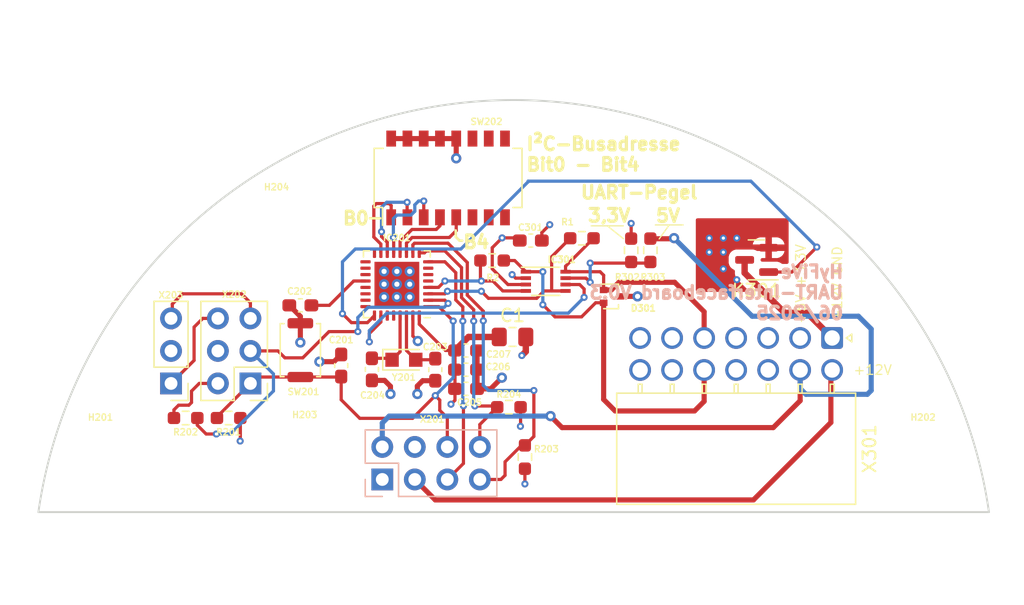
<source format=kicad_pcb>
(kicad_pcb (version 20241229) (generator "pcbnew") (generator_version "9.0")
  (layers (0 "F.Cu" signal) (4 "In1.Cu" power "In1.GND") (6 "In2.Cu" power "In2.PWR") (2 "B.Cu" signal) (13 "F.Paste" user) (15 "B.Paste" user) (5 "F.SilkS" user "F.Silkscreen") (7 "B.SilkS" user "B.Silkscreen") (1 "F.Mask" user) (3 "B.Mask" user) (25 "Edge.Cuts" user))
  (net 0 "")
  (net 1 "/MCU/~{RST}{slash}SBWTDIO")
  (net 2 "GND")
  (net 3 "+3V3")
  (net 4 "/MCU/XIN")
  (net 5 "/MCU/XOUT")
  (net 6 "+5V")
  (net 7 "+12V")
  (net 8 "/MCU/GPIO_Reserve_B2B")
  (net 9 "/MCU/UCB0_SCL")
  (net 10 "/MCU/UCB0_SDA")
  (net 11 "/MCU/TEST_SBWTCK")
  (net 12 "/MCU/UCA0_TXD{slash}TCK")
  (net 13 "/MCU/UCA0_RXD{slash}TMS")
  (net 14 "/MCU/TDI")
  (net 15 "/MCU/UCA1_SPI_STE")
  (net 16 "/MCU/UCA1_SPI_CLK")
  (net 17 "/MCU/UCA1_SPI_MISO")
  (net 18 "/MCU/UCA1_SPI_MOSI")
  (net 19 "/MCU/UCB1_SDA")
  (net 20 "/MCU/UCB1_SCL")
  (net 21 "/MCU/ADDR_B4")
  (net 22 "/MCU/ADDR_B3")
  (net 23 "/MCU/ADDR_B2")
  (net 24 "/MCU/ADDR_B1")
  (net 25 "/MCU/ADDR_B0")
  (net 26 "Net-(IC201-VREG)")
  (net 27 "/MCU/Interface_~{RE}")
  (net 28 "/MCU/Interface_DE")
  (net 29 "Net-(D301-K1)")
  (net 30 "Net-(D301-K2)")
  (net 41 "Net-(IC301-VCCB)")
  (net 42 "Net-(X301-Pin_1)")
  (net 43 "/MCU/Interface_Enable")
  (net 44 "Net-(X202-Pin_2)")
  (net 45 "/MCU/Sensor_Lowside_Switch")
  (net 46 "Net-(X202-Pin_6)")
  (net 47 "Net-(X202-Pin_5)")
  (footprint "Capacitor_SMD:C_0603_1608Metric_Pad1.08x0.95mm_HandSolder" (layer "F.Cu") (at 131 53.575 -90)
    (property "Reference" "C203")
    (property "Value" "20pF")
  )
  (footprint "Capacitor_SMD:C_0603_1608Metric_Pad1.08x0.95mm_HandSolder" (layer "F.Cu") (at 138.46 43.49)
    (property "Reference" "C301")
    (property "Value" "100nF")
  )
  (footprint "MountingHole:MountingHole_2.7mm_M2.5" (layer "F.Cu") (at 118.6 43.01)
    (property "Reference" "H204")
    (property "Value" "MountingHole")
  )
  (footprint "Package_TO_SOT_SMD:SOT-416" (layer "F.Cu") (at 144.8 47.85)
    (property "Reference" "D301")
    (property "Value" "RCLAMP0582B")
  )
  (footprint "Capacitor_SMD:C_0603_1608Metric_Pad1.08x0.95mm_HandSolder" (layer "F.Cu") (at 133.4 52.075)
    (property "Reference" "C207")
    (property "Value" "4,7µF")
  )
  (footprint "Resistor_SMD:R_0603_1608Metric_Pad0.98x0.95mm_HandSolder" (layer "F.Cu") (at 146.3 44.25 -90)
    (property "Reference" "R302")
    (property "Value" "0R")
  )
  (footprint "Resistor_SMD:R_0603_1608Metric_Pad0.98x0.95mm_HandSolder" (layer "F.Cu") (at 136.75 56.5)
    (property "Reference" "R204")
    (property "Value" "10k NB")
  )
  (footprint "Capacitor_SMD:C_0603_1608Metric_Pad1.08x0.95mm_HandSolder" (layer "F.Cu") (at 120.46 48.55 180)
    (property "Reference" "C202")
    (property "Value" "1µF, <200m ESR")
  )
  (footprint "Package_TO_SOT_SMD:SOT-23" (layer "F.Cu") (at 156.1 45 180)
    (property "Reference" "K301")
    (property "Value" "SSM3K127TU")
  )
  (footprint "Resistor_SMD:R_0603_1608Metric_Pad0.98x0.95mm_HandSolder" (layer "F.Cu") (at 142.45 43.31)
    (property "Reference" "R1")
    (property "Value" "0R")
  )
  (footprint "MountingHole:MountingHole_2.7mm_M2.5" (layer "F.Cu") (at 120.86 60.8)
    (property "Reference" "H203")
    (property "Value" "MountingHole")
  )
  (footprint "MountingHole:MountingHole_2.7mm_M2.5" (layer "F.Cu") (at 104.85 61)
    (property "Reference" "H201")
    (property "Value" "MountingHole")
  )
  (footprint "Resistor_SMD:R_0603_1608Metric_Pad0.98x0.95mm_HandSolder" (layer "F.Cu") (at 135.44 45.05)
    (property "Reference" "R2")
    (property "Value" "0R")
  )
  (footprint "Resistor_SMD:R_0603_1608Metric_Pad0.98x0.95mm_HandSolder" (layer "F.Cu") (at 147.8 44.25 -90)
    (property "Reference" "R303")
    (property "Value" "0R n.b.")
  )
  (footprint "MountingHole:MountingHole_2.7mm_M2.5" (layer "F.Cu") (at 169.1 61)
    (property "Reference" "H202")
    (property "Value" "MountingHole")
  )
  (footprint "Resistor_SMD:R_0603_1608Metric_Pad0.98x0.95mm_HandSolder" (layer "F.Cu") (at 138 60.4 -90)
    (property "Reference" "R203")
    (property "Value" "10k NB")
  )
  (footprint "Connector_Molex:Molex_Nano-Fit_105314-xx14_2x07_P2.50mm_Horizontal" (layer "F.Cu") (at 162 51.1 -90)
    (property "Reference" "X301")
    (property "Value" "Molex Nano-Fit 105314-1*114")
  )
  (footprint "Capacitor_SMD:C_0603_1608Metric_Pad1.08x0.95mm_HandSolder" (layer "F.Cu") (at 133.4 55.075)
    (property "Reference" "C205")
    (property "Value" "100nF")
  )
  (footprint "Button_Switch_SMD:SW_DIP_SPSTx08_Slide_Omron_A6H-8101_W6.15mm_P1.27mm" (layer "F.Cu") (at 132 38.6 90)
    (property "Reference" "SW202")
    (property "Value" "A6H-8101")
  )
  (footprint "Crystal:Crystal_SMD_TXC_9HT11-2Pin_2.0x1.2mm_HandSoldering" (layer "F.Cu") (at 128.55 52.8)
    (property "Reference" "Y201")
    (property "Value" "9HT11-32.768KDZF-T")
  )
  (footprint "Resistor_SMD:R_0603_1608Metric_Pad0.98x0.95mm_HandSolder" (layer "F.Cu") (at 114.86 57.35 180)
    (property "Reference" "R201")
    (property "Value" "47k")
  )
  (footprint "Connector_PinHeader_2.54mm:PinHeader_1x03_P2.54mm_Vertical" (layer "F.Cu") (at 110.36 54.65 180)
    (property "Reference" "X203")
    (property "Value" "Conn_01x03")
  )
  (footprint "Package_SO:VSSOP-8_2.3x2mm_P0.5mm" (layer "F.Cu") (at 139.625 46.675)
    (property "Reference" "IC301")
    (property "Value" "TXB0102DCU")
  )
  (footprint "Package_DFN_QFN:VQFN-32-1EP_5x5mm_P0.5mm_EP3.5x3.5mm" (layer "F.Cu") (at 128 46.9 180)
    (property "Reference" "IC201")
    (property "Value" "MSP430FR2673")
  )
  (footprint "Connector_PinHeader_2.54mm:PinHeader_2x03_P2.54mm_Vertical" (layer "F.Cu") (at 116.56 54.65 180)
    (property "Reference" "X202")
    (property "Value" "Conn_02x03_Counter_Clockwise")
  )
  (footprint "Capacitor_SMD:C_0805_2012Metric_Pad1.18x1.45mm_HandSolder" (layer "F.Cu") (at 137.0325 51.02)
    (property "Reference" "C1")
    (property "Value" "100uF")
  )
  (footprint "Capacitor_SMD:C_0603_1608Metric_Pad1.08x0.95mm_HandSolder" (layer "F.Cu") (at 126.05 53.55 -90)
    (property "Reference" "C204")
    (property "Value" "20pF")
  )
  (footprint "Button_Switch_SMD:SW_Push_SPST_NO_Alps_SKRK" (layer "F.Cu") (at 120.46 52.05 -90)
    (property "Reference" "SW201")
    (property "Value" "SKRKAEE020")
  )
  (footprint "Capacitor_SMD:C_0603_1608Metric_Pad1.08x0.95mm_HandSolder" (layer "F.Cu") (at 133.4 53.575)
    (property "Reference" "C206")
    (property "Value" "1µF")
  )
  (footprint "Resistor_SMD:R_0603_1608Metric_Pad0.98x0.95mm_HandSolder" (layer "F.Cu") (at 111.5 57.35)
    (property "Reference" "R202")
    (property "Value" "330")
  )
  (footprint "Capacitor_SMD:C_0603_1608Metric_Pad1.08x0.95mm_HandSolder" (layer "F.Cu") (at 123.65 53.25 90)
    (property "Reference" "C201")
    (property "Value" "1nF")
  )
  (footprint "Connector_PinSocket_2.54mm:PinSocket_2x04_P2.54mm_Vertical" (layer "B.Cu") (at 126.86 62.15 -90)
    (property "Reference" "X201")
    (property "Value" "ESQ-104-14-G-D")
  )
  (gr_line (start 143.18 42.34) (end 145.69 42.34) (stroke (width 0.1)) (layer "F.SilkS"))
  (gr_line (start 132.6 43.2) (end 132.6 42.7) (stroke (width 0.2)) (layer "F.SilkS"))
  (gr_line (start 149.275 42.27) (end 148.49 43.36) (stroke (width 0.1)) (layer "F.SilkS"))
  (gr_line (start 132.9 43.5) (end 132.6 43.2) (stroke (width 0.2)) (layer "F.SilkS"))
  (gr_line (start 125.9 41.75) (end 126.7 41.75) (stroke (width 0.2)) (layer "F.SilkS"))
  (gr_line (start 133.1 43.5) (end 132.9 43.5) (stroke (width 0.2)) (layer "F.SilkS"))
  (gr_line (start 144.435 42.34) (end 145.69 43.34) (stroke (width 0.1)) (layer "F.SilkS"))
  (gr_line (start 148.19 42.27) (end 150.36 42.27) (stroke (width 0.1)) (layer "F.SilkS"))
  (gr_arc (start 100 64.7) (mid 137.123578 32.514184) (end 174.247155 64.7) (stroke (width 0.15)) (layer "Edge.Cuts"))
  (gr_line (start 100 64.7) (end 174.247155 64.7) (stroke (width 0.15)) (layer "Edge.Cuts"))
  (gr_text "UART-Pegel" (at 142.24 39.73 0) (layer "F.SilkS") (effects (font (size 1 1) (thickness 0.25)) (justify left)))
  (gr_text "+12V GND" (at 162.4 49.85 90) (layer "F.SilkS") (effects (font (size 0.75 0.75) (thickness 0.1)) (justify left)))
  (gr_text "3,3V" (at 144.58 41.53 0) (layer "F.SilkS") (effects (font (size 1 1) (thickness 0.25))))
  (gr_text "+5V +3,3V\n" (at 159.55 50.05 90) (layer "F.SilkS") (effects (font (size 0.75 0.75) (thickness 0.1)) (justify left)))
  (gr_text "5V" (at 149.18 41.55 0) (layer "F.SilkS") (effects (font (size 1 1) (thickness 0.25))))
  (gr_text "B4\n" (at 134.2 43.6 0) (layer "F.SilkS") (effects (font (size 1 1) (thickness 0.25))))
  (gr_text "B0" (at 124.8 41.75 0) (layer "F.SilkS") (effects (font (size 1 1) (thickness 0.25))))
  (gr_text "+12V\n" (at 163.6 53.6 0) (layer "F.SilkS") (effects (font (size 0.75 0.75) (thickness 0.1)) (justify left)))
  (gr_text "I²C-Busadresse\nBit0 - Bit4" (at 138 36.75 0) (layer "F.SilkS") (effects (font (size 1 1) (thickness 0.25)) (justify left)))
  (gr_text "\n" (at 159.8 50.1 90) (layer "F.SilkS") (effects (font (size 0.75 0.75) (thickness 0.1)) (justify left)))
  (gr_text "HyFiVe\nUART-Interfaceboard V0.3\n06/2025" (at 163 47.55 0) (layer "B.SilkS") (effects (font (size 1 1) (thickness 0.25)) (justify left mirror)))
  (segment (start 131.275 48.65) (end 130.45 48.65) (width 0.25) (layer "F.Cu") (net 1))
  (segment (start 120.46 54.15) (end 117.06 54.15) (width 0.25) (layer "F.Cu") (net 1))
  (segment (start 123.6125 54.15) (end 123.65 54.1125) (width 0.25) (layer "F.Cu") (net 1))
  (segment (start 131.35 56.75) (end 131.94 57.34) (width 0.25) (layer "F.Cu") (net 1))
  (segment (start 129.225 57.375) (end 125.1 57.375) (width 0.25) (layer "F.Cu") (net 1))
  (segment (start 123.65 55.925) (end 123.65 54.1125) (width 0.25) (layer "F.Cu") (net 1))
  (segment (start 131 55.6) (end 131.35 55.95) (width 0.25) (layer "F.Cu") (net 1))
  (segment (start 131.94 57.34) (end 131.94 59.61) (width 0.25) (layer "F.Cu") (net 1))
  (segment (start 117.06 54.15) (end 116.56 54.65) (width 0.25) (layer "F.Cu") (net 1))
  (segment (start 113.9475 57.35) (end 113.9475 57.2625) (width 0.25) (layer "F.Cu") (net 1))
  (segment (start 131 55.6) (end 129.225 57.375) (width 0.25) (layer "F.Cu") (net 1))
  (segment (start 125.1 57.375) (end 123.65 55.925) (width 0.25) (layer "F.Cu") (net 1))
  (segment (start 120.46 54.15) (end 123.6125 54.15) (width 0.25) (layer "F.Cu") (net 1))
  (segment (start 131.35 55.95) (end 131.35 56.75) (width 0.25) (layer "F.Cu") (net 1))
  (segment (start 132.4 49.775) (end 131.275 48.65) (width 0.25) (layer "F.Cu") (net 1))
  (segment (start 113.9475 57.2625) (end 116.56 54.65) (width 0.25) (layer "F.Cu") (net 1))
  (via (at 131 55.6) (size 0.55) (drill 0.25) (layers "F.Cu" "B.Cu") (net 1))
  (via (at 132.4 49.775) (size 0.55) (drill 0.25) (layers "F.Cu" "B.Cu") (net 1))
  (segment (start 132.4 49.775) (end 132.4 54.2) (width 0.25) (layer "B.Cu") (net 1))
  (segment (start 132.4 54.2) (end 131 55.6) (width 0.25) (layer "B.Cu") (net 1))
  (segment (start 138.075 46.425) (end 137.275 46.425) (width 0.25) (layer "F.Cu") (net 2))
  (segment (start 120.46 49.95) (end 120.46 49.4125) (width 0.4) (layer "F.Cu") (net 2))
  (segment (start 134.2625 52.075) (end 134.2625 53.575) (width 0.4) (layer "F.Cu") (net 2))
  (segment (start 136.2 54.2) (end 135.325 55.075) (width 0.4) (layer "F.Cu") (net 2))
  (segment (start 127.5 54.875) (end 127.5 55.475) (width 0.4) (layer "F.Cu") (net 2))
  (segment (start 128.825 35.525) (end 130.095 35.525) (width 0.4) (layer "F.Cu") (net 2))
  (segment (start 120.46 49.95) (end 120.46 51.45) (width 0.4) (layer "F.Cu") (net 2))
  (segment (start 138.07 51.02) (end 138.07 52.16) (width 0.5) (layer "F.Cu") (net 2))
  (segment (start 146.8 47.85) (end 145.45 47.85) (width 0.4) (layer "F.Cu") (net 2))
  (segment (start 121.95 52.95) (end 123.0875 52.95) (width 0.4) (layer "F.Cu") (net 2))
  (segment (start 132.635 35.525) (end 132.635 37.065) (width 0.4) (layer "F.Cu") (net 2))
  (segment (start 135.325 55.075) (end 134.2625 55.075) (width 0.4) (layer "F.Cu") (net 2))
  (segment (start 123.0875 52.95) (end 123.65 52.3875) (width 0.4) (layer "F.Cu") (net 2))
  (segment (start 131 54.4375) (end 130.0125 54.4375) (width 0.4) (layer "F.Cu") (net 2))
  (segment (start 132.635 35.525) (end 131.365 35.525) (width 0.4) (layer "F.Cu") (net 2))
  (segment (start 157.0875 44) (end 157.0375 44.05) (width 0.25) (layer "F.Cu") (net 2))
  (segment (start 138.07 52.16) (end 137.76 52.47) (width 0.5) (layer "F.Cu") (net 2))
  (segment (start 139.3225 43.49) (end 139.3225 42.8675) (width 0.25) (layer "F.Cu") (net 2))
  (segment (start 134.2625 53.575) (end 134.2625 55.075) (width 0.4) (layer "F.Cu") (net 2))
  (segment (start 127.0375 54.4125) (end 127.5 54.875) (width 0.4) (layer "F.Cu") (net 2))
  (segment (start 130.0125 54.4375) (end 129.6 54.85) (width 0.4) (layer "F.Cu") (net 2))
  (segment (start 129.6 54.85) (end 129.6 55.475) (width 0.4) (layer "F.Cu") (net 2))
  (segment (start 126.05 54.4125) (end 127.0375 54.4125) (width 0.4) (layer "F.Cu") (net 2))
  (segment (start 120.46 49.4125) (end 119.5975 48.55) (width 0.4) (layer "F.Cu") (net 2))
  (segment (start 129.25 50.949598) (end 129.637701 51.337299) (width 0.25) (layer "F.Cu") (net 2))
  (segment (start 137.275 46.425) (end 137 46.15) (width 0.25) (layer "F.Cu") (net 2))
  (segment (start 130.095 35.525) (end 131.365 35.525) (width 0.4) (layer "F.Cu") (net 2))
  (segment (start 129.25 49.35) (end 129.25 50.949598) (width 0.25) (layer "F.Cu") (net 2))
  (segment (start 139.3225 42.8675) (end 139.94 42.25) (width 0.25) (layer "F.Cu") (net 2))
  (segment (start 127.555 35.525) (end 128.825 35.525) (width 0.4) (layer "F.Cu") (net 2))
  (via (at 153.5 45.7) (size 0.55) (drill 0.25) (layers "F.Cu" "B.Cu") (net 2))
  (via (at 129.637701 51.337299) (size 0.8) (drill 0.4) (layers "F.Cu" "B.Cu") (net 2))
  (via (at 132.635 37.065) (size 0.8) (drill 0.4) (layers "F.Cu" "B.Cu") (net 2))
  (via (at 139.94 42.25) (size 0.55) (drill 0.25) (layers "F.Cu" "B.Cu") (net 2))
  (via (at 154.55 43.3) (size 0.55) (drill 0.25) (layers "F.Cu" "B.Cu") (net 2))
  (via (at 129 45.9) (size 0.8) (drill 0.4) (layers "F.Cu" "B.Cu") (net 2))
  (via (at 136.2 54.2) (size 0.8) (drill 0.4) (layers "F.Cu" "B.Cu") (net 2))
  (via (at 137 46.15) (size 0.55) (drill 0.25) (layers "F.Cu" "B.Cu") (net 2))
  (via (at 137.76 52.47) (size 0.55) (drill 0.25) (layers "F.Cu" "B.Cu") (net 2))
  (via (at 127 46.9) (size 0.8) (drill 0.4) (layers "F.Cu" "B.Cu") (net 2))
  (via (at 146.8 47.85) (size 0.8) (drill 0.4) (layers "F.Cu" "B.Cu") (net 2))
  (via (at 121.95 52.95) (size 0.8) (drill 0.4) (layers "F.Cu" "B.Cu") (net 2))
  (via (at 128 45.9) (size 0.8) (drill 0.4) (layers "F.Cu" "B.Cu") (net 2))
  (via (at 129 47.9) (size 0.8) (drill 0.4) (layers "F.Cu" "B.Cu") (net 2))
  (via (at 120.46 51.45) (size 0.8) (drill 0.4) (layers "F.Cu" "B.Cu") (net 2))
  (via (at 127 45.9) (size 0.8) (drill 0.4) (layers "F.Cu" "B.Cu") (net 2))
  (via (at 153.5 43.3) (size 0.55) (drill 0.25) (layers "F.Cu" "B.Cu") (net 2))
  (via (at 154.55 46.55) (size 0.55) (drill 0.25) (layers "F.Cu" "B.Cu") (net 2))
  (via (at 153.5 44.4) (size 0.55) (drill 0.25) (layers "F.Cu" "B.Cu") (net 2))
  (via (at 128 47.9) (size 0.8) (drill 0.4) (layers "F.Cu" "B.Cu") (net 2))
  (via (at 128 46.9) (size 0.8) (drill 0.4) (layers "F.Cu" "B.Cu") (net 2))
  (via (at 152.4 43.3) (size 0.55) (drill 0.25) (layers "F.Cu" "B.Cu") (net 2))
  (via (at 129 46.9) (size 0.8) (drill 0.4) (layers "F.Cu" "B.Cu") (net 2))
  (via (at 127 47.9) (size 0.8) (drill 0.4) (layers "F.Cu" "B.Cu") (net 2))
  (via (at 129.6 55.475) (size 0.8) (drill 0.4) (layers "F.Cu" "B.Cu") (net 2))
  (via (at 127.5 55.475) (size 0.8) (drill 0.4) (layers "F.Cu" "B.Cu") (net 2))
  (via (at 152.4 44.4) (size 0.55) (drill 0.25) (layers "F.Cu" "B.Cu") (net 2))
  (segment (start 115.76 59.15) (end 115.7725 59.1375) (width 0.25) (layer "F.Cu") (net 3))
  (segment (start 135.45 44.05) (end 135.45 45.7) (width 0.25) (layer "F.Cu") (net 3))
  (segment (start 135.45 45.7) (end 136.675 46.925) (width 0.25) (layer "F.Cu") (net 3))
  (segment (start 136.22 43.28) (end 135.45 44.05) (width 0.25) (layer "F.Cu") (net 3))
  (segment (start 136.22 43.28) (end 137.3875 43.28) (width 0.25) (layer "F.Cu") (net 3))
  (segment (start 115.7725 59.1375) (end 115.7725 57.35) (width 0.25) (layer "F.Cu") (net 3))
  (segment (start 146.3 42.15) (end 146.3 43.3375) (width 0.25) (layer "F.Cu") (net 3))
  (segment (start 133.5925 51.02) (end 132.5375 52.075) (width 0.5) (layer "F.Cu") (net 3))
  (segment (start 137.6625 57.9875) (end 137.6625 56.5) (width 0.25) (layer "F.Cu") (net 3))
  (segment (start 132.5375 55.9625) (end 132.5375 53.575) (width 0.25) (layer "F.Cu") (net 3))
  (segment (start 129.75 49.35) (end 129.75 50.025) (width 0.25) (layer "F.Cu") (net 3))
  (segment (start 132.5375 52.075) (end 132.5375 53.575) (width 0.25) (layer "F.Cu") (net 3))
  (segment (start 135.995 51.02) (end 133.5925 51.02) (width 0.5) (layer "F.Cu") (net 3))
  (segment (start 129.75 50.025) (end 131.8 52.075) (width 0.25) (layer "F.Cu") (net 3))
  (segment (start 137.3875 43.28) (end 137.5975 43.49) (width 0.25) (layer "F.Cu") (net 3))
  (segment (start 136.675 46.925) (end 138.075 46.925) (width 0.25) (layer "F.Cu") (net 3))
  (segment (start 132.225 56.275) (end 132.5375 55.9625) (width 0.25) (layer "F.Cu") (net 3))
  (segment (start 137.65 58) (end 137.6625 57.9875) (width 0.25) (layer "F.Cu") (net 3))
  (segment (start 138 62.5) (end 138 61.3125) (width 0.25) (layer "F.Cu") (net 3))
  (segment (start 131.8 52.075) (end 132.5375 52.075) (width 0.25) (layer "F.Cu") (net 3))
  (via (at 136.22 43.28) (size 0.55) (drill 0.25) (layers "F.Cu" "B.Cu") (net 3))
  (via (at 137.65 58) (size 0.55) (drill 0.25) (layers "F.Cu" "B.Cu") (net 3))
  (via (at 115.76 59.15) (size 0.55) (drill 0.25) (layers "F.Cu" "B.Cu") (net 3))
  (via (at 132.225 56.275) (size 0.55) (drill 0.25) (layers "F.Cu" "B.Cu") (net 3))
  (via (at 138 62.5) (size 0.55) (drill 0.25) (layers "F.Cu" "B.Cu") (net 3))
  (via (at 146.3 42.15) (size 0.55) (drill 0.25) (layers "F.Cu" "B.Cu") (net 3))
  (segment (start 128.75 52.075) (end 128.75 49.35) (width 0.25) (layer "F.Cu") (net 4))
  (segment (start 129.475 52.8) (end 130.9375 52.8) (width 0.25) (layer "F.Cu") (net 4))
  (segment (start 129.475 52.8) (end 128.75 52.075) (width 0.25) (layer "F.Cu") (net 4))
  (segment (start 130.9375 52.8) (end 131.05 52.6875) (width 0.25) (layer "F.Cu") (net 4))
  (segment (start 127.5125 52.6875) (end 127.625 52.8) (width 0.25) (layer "F.Cu") (net 5))
  (segment (start 126.05 52.6875) (end 127.5125 52.6875) (width 0.25) (layer "F.Cu") (net 5))
  (segment (start 128.25 49.35) (end 128.25 52.175) (width 0.25) (layer "F.Cu") (net 5))
  (segment (start 128.25 52.175) (end 127.625 52.8) (width 0.25) (layer "F.Cu") (net 5))
  (segment (start 157.4 58.1) (end 159.5 56) (width 0.4) (layer "F.Cu") (net 6))
  (segment (start 147.8125 43.35) (end 147.8 43.3375) (width 0.4) (layer "F.Cu") (net 6))
  (segment (start 149.6 43.35) (end 147.8125 43.35) (width 0.4) (layer "F.Cu") (net 6))
  (segment (start 159.5 56) (end 159.5 53.6) (width 0.4) (layer "F.Cu") (net 6))
  (segment (start 140 57.2) (end 140.9 58.1) (width 0.4) (layer "F.Cu") (net 6))
  (segment (start 140.9 58.1) (end 157.4 58.1) (width 0.4) (layer "F.Cu") (net 6))
  (segment (start 149.65 43.3) (end 149.6 43.35) (width 0.4) (layer "F.Cu") (net 6))
  (via (at 140 57.2) (size 0.8) (drill 0.4) (layers "F.Cu" "B.Cu") (net 6))
  (via (at 149.65 43.3) (size 0.8) (drill 0.4) (layers "F.Cu" "B.Cu") (net 6))
  (segment (start 149.65 43.3) (end 155.750489 49.400489) (width 0.4) (layer "B.Cu") (net 6))
  (segment (start 159.5 55.05) (end 159.5 53.6) (width 0.4) (layer "B.Cu") (net 6))
  (segment (start 164.050489 49.400489) (end 165.05 50.4) (width 0.4) (layer "B.Cu") (net 6))
  (segment (start 165.05 55.2) (end 164.75 55.5) (width 0.4) (layer "B.Cu") (net 6))
  (segment (start 164.75 55.5) (end 159.95 55.5) (width 0.4) (layer "B.Cu") (net 6))
  (segment (start 140 57.2) (end 127.4 57.2) (width 0.4) (layer "B.Cu") (net 6))
  (segment (start 165.05 50.4) (end 165.05 55.2) (width 0.4) (layer "B.Cu") (net 6))
  (segment (start 155.750489 49.400489) (end 164.050489 49.400489) (width 0.4) (layer "B.Cu") (net 6))
  (segment (start 127.4 57.2) (end 126.86 57.74) (width 0.4) (layer "B.Cu") (net 6))
  (segment (start 159.95 55.5) (end 159.5 55.05) (width 0.4) (layer "B.Cu") (net 6))
  (segment (start 159.5 54) (end 159.9 53.6) (width 0.4) (layer "B.Cu") (net 6))
  (segment (start 126.86 57.74) (end 126.86 59.61) (width 0.4) (layer "B.Cu") (net 6))
  (segment (start 131 63.75) (end 155.85 63.75) (width 0.4) (layer "F.Cu") (net 7))
  (segment (start 155.85 63.75) (end 161.9 57.7) (width 0.4) (layer "F.Cu") (net 7))
  (segment (start 129.4 62.15) (end 131 63.75) (width 0.4) (layer "F.Cu") (net 7))
  (segment (start 161.9 53.7) (end 162 53.6) (width 0.4) (layer "F.Cu") (net 7))
  (segment (start 161.9 57.7) (end 161.9 53.7) (width 0.4) (layer "F.Cu") (net 7))
  (segment (start 133.15 49.78) (end 133.15 48.677162) (width 0.25) (layer "F.Cu") (net 8))
  (segment (start 133.2 56.4) (end 133.2 60.9) (width 0.25) (layer "F.Cu") (net 8))
  (segment (start 131.751 45.15) (end 130.45 45.15) (width 0.25) (layer "F.Cu") (net 8))
  (segment (start 131.95 62.15) (end 131.94 62.15) (width 0.25) (layer "F.Cu") (net 8))
  (segment (start 132.60048 48.127641) (end 132.60048 45.99948) (width 0.25) (layer "F.Cu") (net 8))
  (segment (start 133.2 60.9) (end 131.95 62.15) (width 0.25) (layer "F.Cu") (net 8))
  (segment (start 133.15 48.677162) (end 132.60048 48.127641) (width 0.25) (layer "F.Cu") (net 8))
  (segment (start 132.60048 45.99948) (end 131.751 45.15) (width 0.25) (layer "F.Cu") (net 8))
  (via (at 133.15 49.78) (size 0.55) (drill 0.25) (layers "F.Cu" "B.Cu") (net 8))
  (via (at 133.2 56.4) (size 0.55) (drill 0.25) (layers "F.Cu" "B.Cu") (net 8))
  (segment (start 133.15 56.35) (end 133.2 56.4) (width 0.25) (layer "B.Cu") (net 8))
  (segment (start 133.15 49.78) (end 133.15 56.35) (width 0.25) (layer "B.Cu") (net 8))
  (segment (start 129.375 43.7) (end 129.25 43.825) (width 0.25) (layer "F.Cu") (net 9))
  (segment (start 129.25 43.825) (end 129.25 44.45) (width 0.25) (layer "F.Cu") (net 9))
  (segment (start 134.75 49.005727) (end 133.5 47.755727) (width 0.25) (layer "F.Cu") (net 9))
  (segment (start 138.7 55.2) (end 138.7 58.7875) (width 0.25) (layer "F.Cu") (net 9))
  (segment (start 134.75 49.76) (end 134.75 49.005727) (width 0.25) (layer "F.Cu") (net 9))
  (segment (start 138 59.4875) (end 137.7375 59.4875) (width 0.25) (layer "F.Cu") (net 9))
  (segment (start 133.5 45.20334) (end 131.99666 43.7) (width 0.25) (layer "F.Cu") (net 9))
  (segment (start 136.45 60.775) (end 136.45 61.825) (width 0.25) (layer "F.Cu") (net 9))
  (segment (start 133.5 47.755727) (end 133.5 45.20334) (width 0.25) (layer "F.Cu") (net 9))
  (segment (start 131.99666 43.7) (end 129.375 43.7) (width 0.25) (layer "F.Cu") (net 9))
  (segment (start 134.48 62.15) (end 136.125 62.15) (width 0.25) (layer "F.Cu") (net 9))
  (segment (start 137.7375 59.4875) (end 136.45 60.775) (width 0.25) (layer "F.Cu") (net 9))
  (segment (start 138.7 58.7875) (end 138 59.4875) (width 0.25) (layer "F.Cu") (net 9))
  (segment (start 136.45 61.825) (end 136.125 62.15) (width 0.25) (layer "F.Cu") (net 9))
  (via (at 134.75 49.76) (size 0.55) (drill 0.25) (layers "F.Cu" "B.Cu") (net 9))
  (via (at 138.7 55.2) (size 0.55) (drill 0.25) (layers "F.Cu" "B.Cu") (net 9))
  (segment (start 134.75 49.76) (end 134.75 54.8) (width 0.25) (layer "B.Cu") (net 9))
  (segment (start 134.75 54.8) (end 135.15 55.2) (width 0.25) (layer "B.Cu") (net 9))
  (segment (start 135.15 55.2) (end 138.7 55.2) (width 0.25) (layer "B.Cu") (net 9))
  (segment (start 134 49.78) (end 134 48.891444) (width 0.25) (layer "F.Cu") (net 10))
  (segment (start 134 48.891444) (end 133.05 47.941444) (width 0.25) (layer "F.Cu") (net 10))
  (segment (start 130.15 44.45) (end 129.75 44.45) (width 0.25) (layer "F.Cu") (net 10))
  (segment (start 134.48 57.8575) (end 134.48 59.61) (width 0.25) (layer "F.Cu") (net 10))
  (segment (start 130.792388 44.2995) (end 130.3005 44.2995) (width 0.25) (layer "F.Cu") (net 10))
  (segment (start 135.8375 56.5) (end 134.48 57.8575) (width 0.25) (layer "F.Cu") (net 10))
  (segment (start 133.05 47.941444) (end 133.05 45.601162) (width 0.25) (layer "F.Cu") (net 10))
  (segment (start 131.748327 44.299489) (end 130.792491 44.299489) (width 0.25) (layer "F.Cu") (net 10))
  (segment (start 133.05 45.601162) (end 131.748327 44.299489) (width 0.25) (layer "F.Cu") (net 10))
  (segment (start 134.088589 56.411411) (end 135.748911 56.411411) (width 0.25) (layer "F.Cu") (net 10))
  (segment (start 130.792434 44.299546) (end 130.792388 44.2995) (width 0.25) (layer "F.Cu") (net 10))
  (segment (start 130.3005 44.2995) (end 130.15 44.45) (width 0.25) (layer "F.Cu") (net 10))
  (segment (start 135.748911 56.411411) (end 135.8375 56.5) (width 0.25) (layer "F.Cu") (net 10))
  (via (at 134.088589 56.411411) (size 0.55) (drill 0.25) (layers "F.Cu" "B.Cu") (net 10))
  (via (at 134 49.78) (size 0.55) (drill 0.25) (layers "F.Cu" "B.Cu") (net 10))
  (segment (start 134 56.322822) (end 134.088589 56.411411) (width 0.25) (layer "B.Cu") (net 10))
  (segment (start 134 49.78) (end 134 56.322822) (width 0.25) (layer "B.Cu") (net 10))
  (segment (start 122.7 50.6) (end 120.65 52.65) (width 0.25) (layer "F.Cu") (net 11))
  (segment (start 112.4125 57.9125) (end 112.4125 57.35) (width 0.25) (layer "F.Cu") (net 11))
  (segment (start 113.9 58.6) (end 113.1 58.6) (width 0.25) (layer "F.Cu") (net 11))
  (segment (start 124.95 50.6) (end 122.7 50.6) (width 0.25) (layer "F.Cu") (net 11))
  (segment (start 132 48.4) (end 131.75 48.15) (width 0.25) (layer "F.Cu") (net 11))
  (segment (start 118.71 52.11) (end 116.56 52.11) (width 0.25) (layer "F.Cu") (net 11))
  (segment (start 119.25 52.65) (end 118.71 52.11) (width 0.25) (layer "F.Cu") (net 11))
  (segment (start 120.65 52.65) (end 119.25 52.65) (width 0.25) (layer "F.Cu") (net 11))
  (segment (start 131.75 48.15) (end 130.45 48.15) (width 0.25) (layer "F.Cu") (net 11))
  (segment (start 113.1 58.6) (end 112.4125 57.9125) (width 0.25) (layer "F.Cu") (net 11))
  (via (at 124.95 50.6) (size 0.55) (drill 0.25) (layers "F.Cu" "B.Cu") (net 11))
  (via (at 132 48.4) (size 0.55) (drill 0.25) (layers "F.Cu" "B.Cu") (net 11))
  (via (at 113.9 58.6) (size 0.55) (drill 0.25) (layers "F.Cu" "B.Cu") (net 11))
  (segment (start 118.36 55.239022) (end 118.36 53.91) (width 0.25) (layer "B.Cu") (net 11))
  (segment (start 118.36 53.91) (end 116.56 52.11) (width 0.25) (layer "B.Cu") (net 11))
  (segment (start 125.75 48.7) (end 124.95 49.5) (width 0.25) (layer "B.Cu") (net 11))
  (segment (start 113.9 58.6) (end 114.999022 58.6) (width 0.25) (layer "B.Cu") (net 11))
  (segment (start 114.999022 58.6) (end 118.36 55.239022) (width 0.25) (layer "B.Cu") (net 11))
  (segment (start 132 48.4) (end 131.7 48.7) (width 0.25) (layer "B.Cu") (net 11))
  (segment (start 131.7 48.7) (end 125.75 48.7) (width 0.25) (layer "B.Cu") (net 11))
  (segment (start 124.95 49.5) (end 124.95 50.6) (width 0.25) (layer "B.Cu") (net 11))
  (segment (start 141.5375 43.31) (end 140.09 44.7575) (width 0.25) (layer "F.Cu") (net 12))
  (segment (start 131.75 47.65) (end 131.95 47.45) (width 0.25) (layer "F.Cu") (net 12))
  (segment (start 134.6 47.45) (end 135.15 48) (width 0.25) (layer "F.Cu") (net 12))
  (segment (start 130.45 47.65) (end 131.75 47.65) (width 0.25) (layer "F.Cu") (net 12))
  (segment (start 138.925 48) (end 139.5 47.425) (width 0.25) (layer "F.Cu") (net 12))
  (segment (start 140.09 44.7575) (end 140.09 47.425) (width 0.25) (layer "F.Cu") (net 12))
  (segment (start 140.09 47.425) (end 141.175 47.425) (width 0.25) (layer "F.Cu") (net 12))
  (segment (start 135.15 48) (end 138.925 48) (width 0.25) (layer "F.Cu") (net 12))
  (segment (start 139.5 47.425) (end 140.09 47.425) (width 0.25) (layer "F.Cu") (net 12))
  (via (at 131.95 47.45) (size 0.55) (drill 0.25) (layers "F.Cu" "B.Cu") (net 12))
  (via (at 134.6 47.45) (size 0.55) (drill 0.25) (layers "F.Cu" "B.Cu") (net 12))
  (segment (start 131.95 47.45) (end 134.6 47.45) (width 0.25) (layer "B.Cu") (net 12))
  (segment (start 131.25 47.15) (end 131.75 46.65) (width 0.25) (layer "F.Cu") (net 13))
  (segment (start 130.45 47.15) (end 131.25 47.15) (width 0.25) (layer "F.Cu") (net 13))
  (segment (start 134.5275 46.5775) (end 134.6 46.65) (width 0.25) (layer "F.Cu") (net 13))
  (segment (start 136.275 47.425) (end 138.075 47.425) (width 0.25) (layer "F.Cu") (net 13))
  (segment (start 135.5 46.65) (end 136.275 47.425) (width 0.25) (layer "F.Cu") (net 13))
  (segment (start 134.5275 45.05) (end 134.5275 46.5775) (width 0.25) (layer "F.Cu") (net 13))
  (segment (start 134.6 46.65) (end 135.5 46.65) (width 0.25) (layer "F.Cu") (net 13))
  (via (at 134.6 46.65) (size 0.55) (drill 0.25) (layers "F.Cu" "B.Cu") (net 13))
  (via (at 131.75 46.65) (size 0.55) (drill 0.25) (layers "F.Cu" "B.Cu") (net 13))
  (segment (start 134.6 46.65) (end 131.75 46.65) (width 0.25) (layer "B.Cu") (net 13))
  (segment (start 129.188802 43.25048) (end 128.75 43.689282) (width 0.25) (layer "F.Cu") (net 21))
  (segment (start 132.635 42.71548) (end 132.1 43.25048) (width 0.25) (layer "F.Cu") (net 21))
  (segment (start 132.1 43.25048) (end 129.188802 43.25048) (width 0.25) (layer "F.Cu") (net 21))
  (segment (start 128.75 43.689282) (end 128.75 44.45) (width 0.25) (layer "F.Cu") (net 21))
  (segment (start 132.635 41.675) (end 132.635 42.71548) (width 0.25) (layer "F.Cu") (net 21))
  (segment (start 128.25 44.45) (end 128.25 43.553564) (width 0.25) (layer "F.Cu") (net 22))
  (segment (start 131.365 42.335) (end 131.365 41.675) (width 0.25) (layer "F.Cu") (net 22))
  (segment (start 128.25 43.553564) (end 129.179053 42.624511) (width 0.25) (layer "F.Cu") (net 22))
  (segment (start 131.075489 42.624511) (end 131.365 42.335) (width 0.25) (layer "F.Cu") (net 22))
  (segment (start 129.179053 42.624511) (end 131.075489 42.624511) (width 0.25) (layer "F.Cu") (net 22))
  (segment (start 130.1 41.67) (end 130.095 41.675) (width 0.25) (layer "F.Cu") (net 23))
  (segment (start 127.75 43.281557) (end 127.727708 43.259265) (width 0.25) (layer "F.Cu") (net 23))
  (segment (start 130.1 40.4) (end 130.1 41.67) (width 0.25) (layer "F.Cu") (net 23))
  (segment (start 127.75 44.45) (end 127.75 43.281557) (width 0.25) (layer "F.Cu") (net 23))
  (via (at 127.727708 43.259265) (size 0.55) (drill 0.25) (layers "F.Cu" "B.Cu") (net 23))
  (via (at 130.1 40.4) (size 0.55) (drill 0.25) (layers "F.Cu" "B.Cu") (net 23))
  (segment (start 127.727708 43.259265) (end 127.727708 41.772292) (width 0.25) (layer "B.Cu") (net 23))
  (segment (start 128 41.5) (end 129.1 41.5) (width 0.25) (layer "B.Cu") (net 23))
  (segment (start 129.399511 41.200489) (end 129.399511 40.700489) (width 0.25) (layer "B.Cu") (net 23))
  (segment (start 129.1 41.5) (end 129.399511 41.200489) (width 0.25) (layer "B.Cu") (net 23))
  (segment (start 129.7 40.4) (end 130.1 40.4) (width 0.25) (layer "B.Cu") (net 23))
  (segment (start 127.727708 41.772292) (end 128 41.5) (width 0.25) (layer "B.Cu") (net 23))
  (segment (start 129.399511 40.700489) (end 129.7 40.4) (width 0.25) (layer "B.Cu") (net 23))
  (segment (start 126.8 43.179395) (end 127.25 43.629395) (width 0.25) (layer "F.Cu") (net 24))
  (segment (start 128.8 40.5) (end 128.8 41.65) (width 0.25) (layer "F.Cu") (net 24))
  (segment (start 126.8 42.8) (end 126.8 43.179395) (width 0.25) (layer "F.Cu") (net 24))
  (segment (start 128.8 41.65) (end 128.825 41.675) (width 0.25) (layer "F.Cu") (net 24))
  (segment (start 127.25 43.629395) (end 127.25 44.45) (width 0.25) (layer "F.Cu") (net 24))
  (via (at 126.8 42.8) (size 0.55) (drill 0.25) (layers "F.Cu" "B.Cu") (net 24))
  (via (at 128.8 40.5) (size 0.55) (drill 0.25) (layers "F.Cu" "B.Cu") (net 24))
  (segment (start 127.2 40.5) (end 128.8 40.5) (width 0.25) (layer "B.Cu") (net 24))
  (segment (start 126.8 40.9) (end 127.2 40.5) (width 0.25) (layer "B.Cu") (net 24))
  (segment (start 126.8 42.8) (end 126.8 40.9) (width 0.25) (layer "B.Cu") (net 24))
  (segment (start 127.555 41.675) (end 127.555 40.755) (width 0.25) (layer "F.Cu") (net 25))
  (segment (start 126.2 40.8) (end 126.2 43.215113) (width 0.25) (layer "F.Cu") (net 25))
  (segment (start 126.75 43.765113) (end 126.75 44.45) (width 0.25) (layer "F.Cu") (net 25))
  (segment (start 127.4 40.6) (end 126.4 40.6) (width 0.25) (layer "F.Cu") (net 25))
  (segment (start 127.555 40.755) (end 127.4 40.6) (width 0.25) (layer "F.Cu") (net 25))
  (segment (start 126.4 40.6) (end 126.2 40.8) (width 0.25) (layer "F.Cu") (net 25))
  (segment (start 126.2 43.215113) (end 126.75 43.765113) (width 0.25) (layer "F.Cu") (net 25))
  (segment (start 121.3225 48.55) (end 122.725 48.55) (width 0.25) (layer "F.Cu") (net 26))
  (segment (start 124.625 46.65) (end 122.725 48.55) (width 0.25) (layer "F.Cu") (net 26))
  (segment (start 125.55 46.65) (end 124.625 46.65) (width 0.25) (layer "F.Cu") (net 26))
  (segment (start 141.175 45.4975) (end 141.175 45.925) (width 0.25) (layer "F.Cu") (net 29))
  (segment (start 144.15 47.35) (end 144.75 47.35) (width 0.4) (layer "F.Cu") (net 29))
  (segment (start 152 49.05) (end 152 51.1) (width 0.4) (layer "F.Cu") (net 29))
  (segment (start 145.35 46.75) (end 149.7 46.75) (width 0.4) (layer "F.Cu") (net 29))
  (segment (start 144.15 46.2) (end 144.15 47.35) (width 0.25) (layer "F.Cu") (net 29))
  (segment (start 143.3625 43.31) (end 141.175 45.4975) (width 0.25) (layer "F.Cu") (net 29))
  (segment (start 141.175 45.925) (end 143.875 45.925) (width 0.25) (layer "F.Cu") (net 29))
  (segment (start 149.7 46.75) (end 152 49.05) (width 0.4) (layer "F.Cu") (net 29))
  (segment (start 144.75 47.35) (end 145.35 46.75) (width 0.4) (layer "F.Cu") (net 29))
  (segment (start 143.875 45.925) (end 144.15 46.2) (width 0.25) (layer "F.Cu") (net 29))
  (segment (start 139.4 48.5) (end 140.3505 49.4505) (width 0.25) (layer "F.Cu") (net 30))
  (segment (start 140.3505 49.4505) (end 142.4245 49.4505) (width 0.25) (layer "F.Cu") (net 30))
  (segment (start 144.15 48.35) (end 144.15 55.9) (width 0.4) (layer "F.Cu") (net 30))
  (segment (start 139.4 45.925) (end 138.075 45.925) (width 0.25) (layer "F.Cu") (net 30))
  (segment (start 143.525 48.35) (end 144.15 48.35) (width 0.25) (layer "F.Cu") (net 30))
  (segment (start 145.05 56.8) (end 151.25 56.8) (width 0.4) (layer "F.Cu") (net 30))
  (segment (start 144.15 55.9) (end 145.05 56.8) (width 0.4) (layer "F.Cu") (net 30))
  (segment (start 137.2 45.05) (end 138.075 45.925) (width 0.25) (layer "F.Cu") (net 30))
  (segment (start 152 56.05) (end 152 53.6) (width 0.4) (layer "F.Cu") (net 30))
  (segment (start 151.25 56.8) (end 152 56.05) (width 0.4) (layer "F.Cu") (net 30))
  (segment (start 136.3525 45.05) (end 137.2 45.05) (width 0.25) (layer "F.Cu") (net 30))
  (segment (start 142.4245 49.4505) (end 143.525 48.35) (width 0.25) (layer "F.Cu") (net 30))
  (via (at 139.4 45.925) (size 0.55) (drill 0.25) (layers "F.Cu" "B.Cu") (net 30))
  (via (at 139.4 48.5) (size 0.55) (drill 0.25) (layers "F.Cu" "B.Cu") (net 30))
  (segment (start 139.4 48.5) (end 139.4 45.925) (width 0.25) (layer "B.Cu") (net 30))
  (segment (start 142.725 46.425) (end 142.775 46.425) (width 0.25) (layer "F.Cu") (net 41))
  (segment (start 143.1 45.25) (end 147.7125 45.25) (width 0.25) (layer "F.Cu") (net 41))
  (segment (start 147.7125 45.25) (end 147.8 45.1625) (width 0.25) (layer "F.Cu") (net 41))
  (segment (start 142.775 46.425) (end 143.1 46.75) (width 0.25) (layer "F.Cu") (net 41))
  (segment (start 141.175 46.425) (end 142.725 46.425) (width 0.25) (layer "F.Cu") (net 41))
  (via (at 143.1 46.75) (size 0.55) (drill 0.25) (layers "F.Cu" "B.Cu") (net 41))
  (via (at 143.1 45.25) (size 0.55) (drill 0.25) (layers "F.Cu" "B.Cu") (net 41))
  (segment (start 143.1 46.75) (end 143.1 45.25) (width 0.25) (layer "B.Cu") (net 41))
  (segment (start 155.1625 45) (end 155.1625 46.0125) (width 0.5) (layer "F.Cu") (net 42))
  (segment (start 160.04 49.14) (end 162 51.1) (width 0.5) (layer "F.Cu") (net 42))
  (segment (start 158.29 49.14) (end 160.04 49.14) (width 0.5) (layer "F.Cu") (net 42))
  (segment (start 155.1625 46.0125) (end 158.29 49.14) (width 0.5) (layer "F.Cu") (net 42))
  (segment (start 142.275 46.925) (end 141.175 46.925) (width 0.25) (layer "F.Cu") (net 43))
  (segment (start 126.75 49.85) (end 126.15 50.45) (width 0.25) (layer "F.Cu") (net 43))
  (segment (start 142.625 47.925) (end 142.625 47.275) (width 0.25) (layer "F.Cu") (net 43))
  (segment (start 142.625 47.275) (end 142.275 46.925) (width 0.25) (layer "F.Cu") (net 43))
  (segment (start 125.85 50.75) (end 125.85 51.4) (width 0.25) (layer "F.Cu") (net 43))
  (segment (start 126.15 50.45) (end 125.85 50.75) (width 0.25) (layer "F.Cu") (net 43))
  (segment (start 126.75 49.35) (end 126.75 49.85) (width 0.25) (layer "F.Cu") (net 43))
  (via (at 142.625 47.925) (size 0.55) (drill 0.25) (layers "F.Cu" "B.Cu") (net 43))
  (via (at 125.85 51.4) (size 0.55) (drill 0.25) (layers "F.Cu" "B.Cu") (net 43))
  (segment (start 141.39 49.16) (end 127.215 49.16) (width 0.25) (layer "B.Cu") (net 43))
  (segment (start 142.625 47.925) (end 141.39 49.16) (width 0.25) (layer "B.Cu") (net 43))
  (segment (start 127.215 49.16) (end 125.85 50.525) (width 0.25) (layer "B.Cu") (net 43))
  (segment (start 125.85 50.525) (end 125.85 51.4) (width 0.25) (layer "B.Cu") (net 43))
  (segment (start 114.02 54.65) (end 112.56 54.65) (width 0.25) (layer "F.Cu") (net 44))
  (segment (start 110.5875 56.7125) (end 110.5875 57.35) (width 0.25) (layer "F.Cu") (net 44))
  (segment (start 111.75 56.35) (end 110.95 56.35) (width 0.25) (layer "F.Cu") (net 44))
  (segment (start 111.96 55.25) (end 111.96 56.14) (width 0.25) (layer "F.Cu") (net 44))
  (segment (start 112.56 54.65) (end 111.96 55.25) (width 0.25) (layer "F.Cu") (net 44))
  (segment (start 111.96 56.14) (end 111.75 56.35) (width 0.25) (layer "F.Cu") (net 44))
  (segment (start 110.95 56.35) (end 110.5875 56.7125) (width 0.25) (layer "F.Cu") (net 44))
  (segment (start 158.85 45.95) (end 157.0375 45.95) (width 0.25) (layer "F.Cu") (net 45))
  (segment (start 125.7 49.9) (end 124.45 49.9) (width 0.25) (layer "F.Cu") (net 45))
  (segment (start 124.45 49.9) (end 123.75 49.2) (width 0.25) (layer "F.Cu") (net 45))
  (segment (start 126.25 49.35) (end 125.7 49.9) (width 0.25) (layer "F.Cu") (net 45))
  (segment (start 160.8 44) (end 158.85 45.95) (width 0.25) (layer "F.Cu") (net 45))
  (via (at 160.8 44) (size 0.55) (drill 0.25) (layers "F.Cu" "B.Cu") (net 45))
  (via (at 123.75 49.2) (size 0.55) (drill 0.25) (layers "F.Cu" "B.Cu") (net 45))
  (segment (start 138.25 38.9) (end 138.25 38.85) (width 0.25) (layer "B.Cu") (net 45))
  (segment (start 138.25 38.85) (end 155.65 38.85) (width 0.25) (layer "B.Cu") (net 45))
  (segment (start 123.75 45.15) (end 124.75 44.15) (width 0.25) (layer "B.Cu") (net 45))
  (segment (start 133 44.15) (end 138.25 38.9) (width 0.25) (layer "B.Cu") (net 45))
  (segment (start 155.65 38.85) (end 160.8 44) (width 0.25) (layer "B.Cu") (net 45))
  (segment (start 123.75 49.2) (end 123.75 45.15) (width 0.25) (layer "B.Cu") (net 45))
  (segment (start 124.75 44.15) (end 133 44.15) (width 0.25) (layer "B.Cu") (net 45))
  (segment (start 112.84 49.57) (end 114.02 49.57) (width 0.25) (layer "F.Cu") (net 46))
  (segment (start 112.16 50.25) (end 112.84 49.57) (width 0.25) (layer "F.Cu") (net 46))
  (segment (start 112.16 52.85) (end 112.16 50.25) (width 0.25) (layer "F.Cu") (net 46))
  (segment (start 110.36 54.65) (end 112.16 52.85) (width 0.25) (layer "F.Cu") (net 46))
  (segment (start 116.56 48.35) (end 116.56 49.57) (width 0.25) (layer "F.Cu") (net 47))
  (segment (start 111.26 47.65) (end 115.86 47.65) (width 0.25) (layer "F.Cu") (net 47))
  (segment (start 110.46 48.45) (end 111.26 47.65) (width 0.25) (layer "F.Cu") (net 47))
  (segment (start 110.46 50.31) (end 110.46 48.45) (width 0.25) (layer "F.Cu") (net 47))
  (segment (start 115.86 47.65) (end 116.56 48.35) (width 0.25) (layer "F.Cu") (net 47))
  (zone (net 2) (net_name "GND") (layer "F.Cu") (connect_pads (clearance 0.508)) (min_thickness 0.254) (fill yes (thermal_gap 0.508) (thermal_bridge_width 0.508))
    (polygon (pts (xy 158.6 47.5) (xy 151.35 47.5) (xy 151.35 41.75) (xy 158.6 41.75)))
  )
)
</source>
